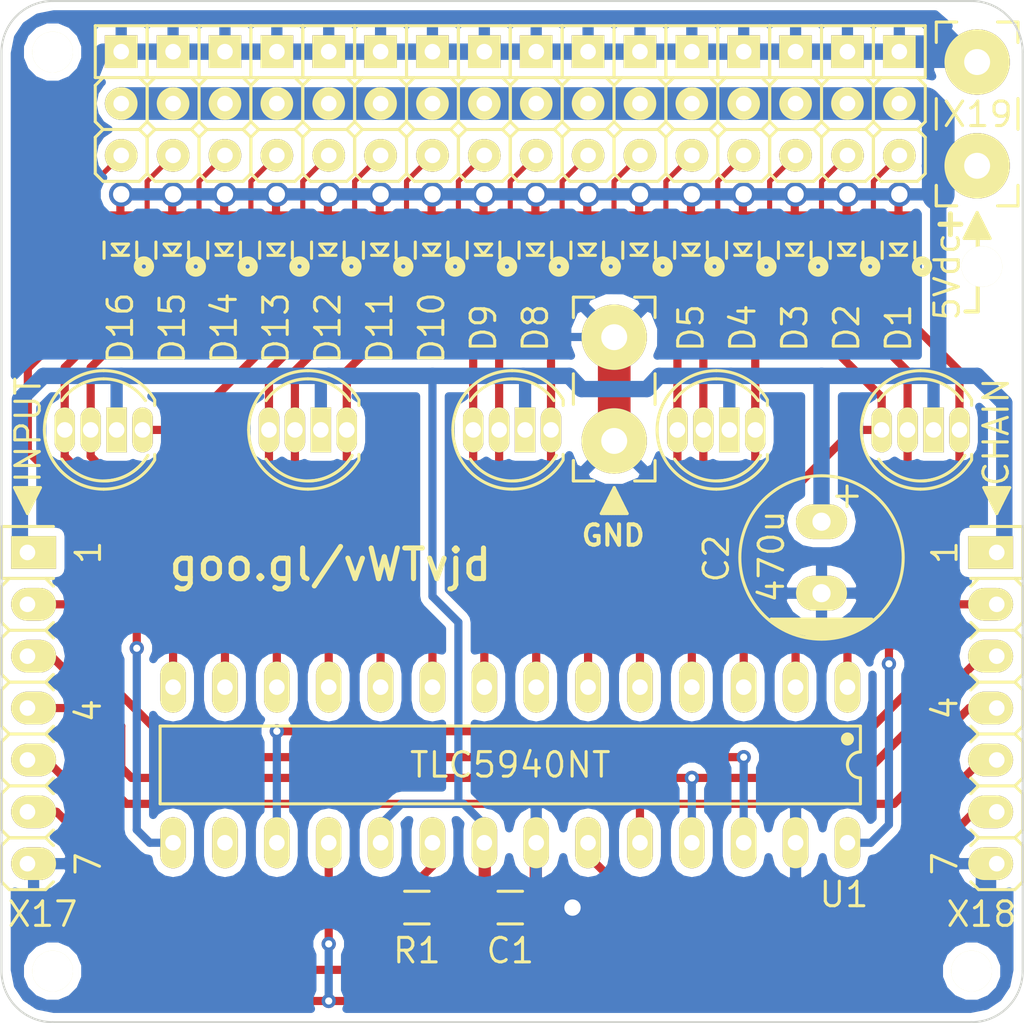
<source format=kicad_pcb>
(kicad_pcb (version 4) (host pcbnew "(2015-01-16 BZR 5376)-product")
  (layers (0 F.Cu signal) (31 B.Cu signal) (34 B.Paste user) (35 F.Paste user) (36 B.SilkS user) (37 F.SilkS user) (38 B.Mask user) (39 F.Mask user) (44 Edge.Cuts user))
  (net 0 "")
  (net 1 VCC)
  (net 2 GND)
  (net 3 /P00)
  (net 4 /P01)
  (net 5 /P02)
  (net 6 /P03)
  (net 7 /P04)
  (net 8 /P05)
  (net 9 /P06)
  (net 10 /P07)
  (net 11 /P08)
  (net 12 /P09)
  (net 13 /P10)
  (net 14 /P11)
  (net 15 /P12)
  (net 16 /P13)
  (net 17 /P14)
  (net 18 /P15)
  (net 19 "Net-(R1-Pad2)")
  (net 20 "Net-(U1-Pad16)")
  (net 21 /SOUT)
  (net 22 /GSCLK)
  (net 23 /BLANK)
  (net 24 /XLAT)
  (net 25 /SCLK)
  (net 26 /SIN)
  (module jkann:JK_PH-1x3_SSNM (layer F.Cu) (at 248.96 66.48 270)
    (fp_text reference X1 hide)
    (fp_text value JK_CONN_3 hide)
    (pad 1 thru_hole rect (at 0 0 270) (size 1.6 1.6) (drill 0.762) (layers *.Cu *.Mask F.SilkS) (net 2 GND))
    (pad 2 thru_hole oval (at 2.54 0 270) (size 1.6 1.6) (drill 0.762) (layers *.Cu *.Mask F.SilkS) (net 1 VCC))
    (pad 3 thru_hole oval (at 5.08 0 270) (size 1.6 1.6) (drill 0.762) (layers *.Cu *.Mask F.SilkS) (net 3 /P00))
  )
  (module jkann:JK_PH-1x3_SSNM (layer F.Cu) (at 246.42 66.48 270)
    (fp_text reference X2 hide)
    (fp_text value JK_CONN_3 hide)
    (pad 1 thru_hole rect (at 0 0 270) (size 1.6 1.6) (drill 0.762) (layers *.Cu *.Mask F.SilkS) (net 2 GND))
    (pad 2 thru_hole oval (at 2.54 0 270) (size 1.6 1.6) (drill 0.762) (layers *.Cu *.Mask F.SilkS) (net 1 VCC))
    (pad 3 thru_hole oval (at 5.08 0 270) (size 1.6 1.6) (drill 0.762) (layers *.Cu *.Mask F.SilkS) (net 4 /P01))
  )
  (module jkann:JK_PH-1x3_SSNM (layer F.Cu) (at 243.88 66.48 270)
    (fp_text reference X3 hide)
    (fp_text value JK_CONN_3 hide)
    (pad 1 thru_hole rect (at 0 0 270) (size 1.6 1.6) (drill 0.762) (layers *.Cu *.Mask F.SilkS) (net 2 GND))
    (pad 2 thru_hole oval (at 2.54 0 270) (size 1.6 1.6) (drill 0.762) (layers *.Cu *.Mask F.SilkS) (net 1 VCC))
    (pad 3 thru_hole oval (at 5.08 0 270) (size 1.6 1.6) (drill 0.762) (layers *.Cu *.Mask F.SilkS) (net 5 /P02))
  )
  (module jkann:JK_PH-1x3_SSNM (layer F.Cu) (at 241.34 66.48 270)
    (fp_text reference X4 hide)
    (fp_text value JK_CONN_3 hide)
    (pad 1 thru_hole rect (at 0 0 270) (size 1.6 1.6) (drill 0.762) (layers *.Cu *.Mask F.SilkS) (net 2 GND))
    (pad 2 thru_hole oval (at 2.54 0 270) (size 1.6 1.6) (drill 0.762) (layers *.Cu *.Mask F.SilkS) (net 1 VCC))
    (pad 3 thru_hole oval (at 5.08 0 270) (size 1.6 1.6) (drill 0.762) (layers *.Cu *.Mask F.SilkS) (net 6 /P03))
  )
  (module jkann:JK_PH-1x3_SSNM (layer F.Cu) (at 238.8 66.48 270)
    (fp_text reference X5 hide)
    (fp_text value JK_CONN_3 hide)
    (pad 1 thru_hole rect (at 0 0 270) (size 1.6 1.6) (drill 0.762) (layers *.Cu *.Mask F.SilkS) (net 2 GND))
    (pad 2 thru_hole oval (at 2.54 0 270) (size 1.6 1.6) (drill 0.762) (layers *.Cu *.Mask F.SilkS) (net 1 VCC))
    (pad 3 thru_hole oval (at 5.08 0 270) (size 1.6 1.6) (drill 0.762) (layers *.Cu *.Mask F.SilkS) (net 7 /P04))
  )
  (module jkann:JK_PH-1x3_SSNM (layer F.Cu) (at 236.26 66.48 270)
    (fp_text reference X6 hide)
    (fp_text value JK_CONN_3 hide)
    (pad 1 thru_hole rect (at 0 0 270) (size 1.6 1.6) (drill 0.762) (layers *.Cu *.Mask F.SilkS) (net 2 GND))
    (pad 2 thru_hole oval (at 2.54 0 270) (size 1.6 1.6) (drill 0.762) (layers *.Cu *.Mask F.SilkS) (net 1 VCC))
    (pad 3 thru_hole oval (at 5.08 0 270) (size 1.6 1.6) (drill 0.762) (layers *.Cu *.Mask F.SilkS) (net 8 /P05))
  )
  (module jkann:JK_PH-1x3_SSNM (layer F.Cu) (at 233.72 66.48 270)
    (fp_text reference X7 hide)
    (fp_text value JK_CONN_3 hide)
    (pad 1 thru_hole rect (at 0 0 270) (size 1.6 1.6) (drill 0.762) (layers *.Cu *.Mask F.SilkS) (net 2 GND))
    (pad 2 thru_hole oval (at 2.54 0 270) (size 1.6 1.6) (drill 0.762) (layers *.Cu *.Mask F.SilkS) (net 1 VCC))
    (pad 3 thru_hole oval (at 5.08 0 270) (size 1.6 1.6) (drill 0.762) (layers *.Cu *.Mask F.SilkS) (net 9 /P06))
  )
  (module jkann:JK_PH-1x3_SSNM (layer F.Cu) (at 231.18 66.48 270)
    (fp_text reference X8 hide)
    (fp_text value JK_CONN_3 hide)
    (pad 1 thru_hole rect (at 0 0 270) (size 1.6 1.6) (drill 0.762) (layers *.Cu *.Mask F.SilkS) (net 2 GND))
    (pad 2 thru_hole oval (at 2.54 0 270) (size 1.6 1.6) (drill 0.762) (layers *.Cu *.Mask F.SilkS) (net 1 VCC))
    (pad 3 thru_hole oval (at 5.08 0 270) (size 1.6 1.6) (drill 0.762) (layers *.Cu *.Mask F.SilkS) (net 10 /P07))
  )
  (module jkann:JK_PH-1x3_SSNM (layer F.Cu) (at 228.64 66.48 270)
    (fp_text reference X9 hide)
    (fp_text value JK_CONN_3 hide)
    (pad 1 thru_hole rect (at 0 0 270) (size 1.6 1.6) (drill 0.762) (layers *.Cu *.Mask F.SilkS) (net 2 GND))
    (pad 2 thru_hole oval (at 2.54 0 270) (size 1.6 1.6) (drill 0.762) (layers *.Cu *.Mask F.SilkS) (net 1 VCC))
    (pad 3 thru_hole oval (at 5.08 0 270) (size 1.6 1.6) (drill 0.762) (layers *.Cu *.Mask F.SilkS) (net 11 /P08))
  )
  (module jkann:JK_PH-1x3_SSNM (layer F.Cu) (at 226.1 66.48 270)
    (fp_text reference X10 hide)
    (fp_text value JK_CONN_3 hide)
    (pad 1 thru_hole rect (at 0 0 270) (size 1.6 1.6) (drill 0.762) (layers *.Cu *.Mask F.SilkS) (net 2 GND))
    (pad 2 thru_hole oval (at 2.54 0 270) (size 1.6 1.6) (drill 0.762) (layers *.Cu *.Mask F.SilkS) (net 1 VCC))
    (pad 3 thru_hole oval (at 5.08 0 270) (size 1.6 1.6) (drill 0.762) (layers *.Cu *.Mask F.SilkS) (net 12 /P09))
  )
  (module jkann:JK_PH-1x3_SSNM (layer F.Cu) (at 223.56 66.48 270)
    (fp_text reference X11 hide)
    (fp_text value JK_CONN_3 hide)
    (pad 1 thru_hole rect (at 0 0 270) (size 1.6 1.6) (drill 0.762) (layers *.Cu *.Mask F.SilkS) (net 2 GND))
    (pad 2 thru_hole oval (at 2.54 0 270) (size 1.6 1.6) (drill 0.762) (layers *.Cu *.Mask F.SilkS) (net 1 VCC))
    (pad 3 thru_hole oval (at 5.08 0 270) (size 1.6 1.6) (drill 0.762) (layers *.Cu *.Mask F.SilkS) (net 13 /P10))
  )
  (module jkann:JK_PH-1x3_SSNM (layer F.Cu) (at 221.02 66.48 270)
    (fp_text reference X12 hide)
    (fp_text value JK_CONN_3 hide)
    (pad 1 thru_hole rect (at 0 0 270) (size 1.6 1.6) (drill 0.762) (layers *.Cu *.Mask F.SilkS) (net 2 GND))
    (pad 2 thru_hole oval (at 2.54 0 270) (size 1.6 1.6) (drill 0.762) (layers *.Cu *.Mask F.SilkS) (net 1 VCC))
    (pad 3 thru_hole oval (at 5.08 0 270) (size 1.6 1.6) (drill 0.762) (layers *.Cu *.Mask F.SilkS) (net 14 /P11))
  )
  (module jkann:JK_PH-1x3_SSNM (layer F.Cu) (at 218.48 66.48 270)
    (fp_text reference X13 hide)
    (fp_text value JK_CONN_3 hide)
    (pad 1 thru_hole rect (at 0 0 270) (size 1.6 1.6) (drill 0.762) (layers *.Cu *.Mask F.SilkS) (net 2 GND))
    (pad 2 thru_hole oval (at 2.54 0 270) (size 1.6 1.6) (drill 0.762) (layers *.Cu *.Mask F.SilkS) (net 1 VCC))
    (pad 3 thru_hole oval (at 5.08 0 270) (size 1.6 1.6) (drill 0.762) (layers *.Cu *.Mask F.SilkS) (net 15 /P12))
  )
  (module jkann:JK_PH-1x3_SSNM (layer F.Cu) (at 215.94 66.48 270)
    (fp_text reference X14 hide)
    (fp_text value JK_CONN_3 hide)
    (pad 1 thru_hole rect (at 0 0 270) (size 1.6 1.6) (drill 0.762) (layers *.Cu *.Mask F.SilkS) (net 2 GND))
    (pad 2 thru_hole oval (at 2.54 0 270) (size 1.6 1.6) (drill 0.762) (layers *.Cu *.Mask F.SilkS) (net 1 VCC))
    (pad 3 thru_hole oval (at 5.08 0 270) (size 1.6 1.6) (drill 0.762) (layers *.Cu *.Mask F.SilkS) (net 16 /P13))
  )
  (module jkann:JK_PH-1x3_SSNM (layer F.Cu) (at 213.4 66.48 270)
    (fp_text reference X15 hide)
    (fp_text value JK_CONN_3 hide)
    (pad 1 thru_hole rect (at 0 0 270) (size 1.6 1.6) (drill 0.762) (layers *.Cu *.Mask F.SilkS) (net 2 GND))
    (pad 2 thru_hole oval (at 2.54 0 270) (size 1.6 1.6) (drill 0.762) (layers *.Cu *.Mask F.SilkS) (net 1 VCC))
    (pad 3 thru_hole oval (at 5.08 0 270) (size 1.6 1.6) (drill 0.762) (layers *.Cu *.Mask F.SilkS) (net 17 /P14))
  )
  (module jkann:JK_PH-1x3_SSNM (layer F.Cu) (at 210.86 66.48 270)
    (fp_text reference X16 hide)
    (fp_text value JK_CONN_3 hide)
    (pad 1 thru_hole rect (at 0 0 270) (size 1.6 1.6) (drill 0.762) (layers *.Cu *.Mask F.SilkS) (net 2 GND))
    (pad 2 thru_hole oval (at 2.54 0 270) (size 1.6 1.6) (drill 0.762) (layers *.Cu *.Mask F.SilkS) (net 1 VCC))
    (pad 3 thru_hole oval (at 5.08 0 270) (size 1.6 1.6) (drill 0.762) (layers *.Cu *.Mask F.SilkS) (net 18 /P15))
  )
  (module jkann:JK_PH-1x7_SL (layer F.Cu) (at 253.73 91 270)
    (fp_text reference X18 (at 17.712 0.746 360) (layer F.SilkS) (effects (font (size 1.2 1.2))))
    (fp_text value CHAIN (at -5.9 0.03 270) (layer F.SilkS) (effects (font (size 1.2 1.2))))
    (fp_text user 7 (at 15.24 2.54 270) (layer F.SilkS) (effects (font (size 1.2 1.2))))
    (fp_text user 4 (at 7.62 2.54 270) (layer F.SilkS) (effects (font (size 1.2 1.2))))
    (fp_text user 1 (at 0 2.54 270) (layer F.SilkS) (effects (font (size 1.2 1.2))))
    (pad 7 thru_hole oval (at 15.24 0 270) (size 1.6 2.2) (drill 0.762 (offset 0 0.3)) (layers *.Cu *.Mask F.SilkS) (net 2 GND))
    (pad 1 thru_hole rect (at 0 0 270) (size 1.6 2.2) (drill 0.762 (offset 0 0.3)) (layers *.Cu *.Mask F.SilkS) (net 1 VCC))
    (pad 2 thru_hole oval (at 2.54 0 270) (size 1.6 2.2) (drill 0.762 (offset 0 0.3)) (layers *.Cu *.Mask F.SilkS) (net 21 /SOUT))
    (pad 3 thru_hole oval (at 5.08 0 270) (size 1.6 2.2) (drill 0.762 (offset 0 0.3)) (layers *.Cu *.Mask F.SilkS) (net 25 /SCLK))
    (pad 4 thru_hole oval (at 7.62 0 270) (size 1.6 2.2) (drill 0.762 (offset 0 0.3)) (layers *.Cu *.Mask F.SilkS) (net 24 /XLAT))
    (pad 5 thru_hole oval (at 10.16 0 270) (size 1.6 2.2) (drill 0.762 (offset 0 0.3)) (layers *.Cu *.Mask F.SilkS) (net 23 /BLANK))
    (pad 6 thru_hole oval (at 12.7 0 270) (size 1.6 2.2) (drill 0.762 (offset 0 0.3)) (layers *.Cu *.Mask F.SilkS) (net 22 /GSCLK))
  )
  (module jkann:JK_PH-1x7_SR (layer F.Cu) (at 206.27 91 270)
    (fp_text reference X17 (at 17.712 -0.74 360) (layer F.SilkS) (effects (font (size 1.2 1.2))))
    (fp_text value INPUT (at -6 -0.03 270) (layer F.SilkS) (effects (font (size 1.2 1.2))))
    (fp_text user 7 (at 15.25 -2.98 270) (layer F.SilkS) (effects (font (size 1.2 1.2))))
    (fp_text user 4 (at 7.75 -2.98 270) (layer F.SilkS) (effects (font (size 1.2 1.2))))
    (fp_text user 1 (at 0 -2.98 270) (layer F.SilkS) (effects (font (size 1.2 1.2))))
    (pad 7 thru_hole oval (at 15.24 0 270) (size 1.6 2.2) (drill 0.762 (offset 0 -0.3)) (layers *.Cu *.Mask F.SilkS) (net 2 GND))
    (pad 1 thru_hole rect (at 0 0 270) (size 1.6 2.2) (drill 0.762 (offset 0 -0.3)) (layers *.Cu *.Mask F.SilkS) (net 1 VCC))
    (pad 2 thru_hole oval (at 2.54 0 270) (size 1.6 2.2) (drill 0.762 (offset 0 -0.3)) (layers *.Cu *.Mask F.SilkS) (net 26 /SIN))
    (pad 3 thru_hole oval (at 5.08 0 270) (size 1.6 2.2) (drill 0.762 (offset 0 -0.3)) (layers *.Cu *.Mask F.SilkS) (net 25 /SCLK))
    (pad 4 thru_hole oval (at 7.62 0 270) (size 1.6 2.2) (drill 0.762 (offset 0 -0.3)) (layers *.Cu *.Mask F.SilkS) (net 24 /XLAT))
    (pad 5 thru_hole oval (at 10.16 0 270) (size 1.6 2.2) (drill 0.762 (offset 0 -0.3)) (layers *.Cu *.Mask F.SilkS) (net 23 /BLANK))
    (pad 6 thru_hole oval (at 12.7 0 270) (size 1.6 2.2) (drill 0.762 (offset 0 -0.3)) (layers *.Cu *.Mask F.SilkS) (net 22 /GSCLK))
  )
  (module jkann:JK_WSP_2x0.75mm2_R (layer F.Cu) (at 235 83 90)
    (fp_text reference X20 hide)
    (fp_text value TESTHOOK hide)
    (pad 1 thru_hole circle (at -2.54 0 90) (size 3.2 3.2) (drill 1.27) (layers *.Cu *.Mask F.SilkS) (net 2 GND))
    (pad 2 thru_hole circle (at 2.54 0 90) (size 3.2 3.2) (drill 1.27) (layers *.Cu *.Mask F.SilkS) (net 2 GND))
  )
  (module jkann:JK_WSP_2x0.75mm2_R (layer F.Cu) (at 252.77 69.528 90)
    (fp_text reference X19 (at -0.022 0.03 180) (layer F.SilkS) (effects (font (size 1.2 1.2))))
    (fp_text value 5Vdc (at -7.972 -1.47 90) (layer F.SilkS) (effects (font (size 1.2 1.2))))
    (pad 1 thru_hole circle (at -2.54 0 90) (size 3.2 3.2) (drill 1.27) (layers *.Cu *.Mask F.SilkS) (net 1 VCC))
    (pad 2 thru_hole circle (at 2.54 0 90) (size 3.2 3.2) (drill 1.27) (layers *.Cu *.Mask F.SilkS) (net 2 GND))
  )
  (module jkann:JK_DIP-28N_N (layer F.Cu) (at 229.91 101.405 180)
    (fp_text reference U1 (at -16.34 -6.345 180) (layer F.SilkS) (effects (font (size 1.2 1.2))))
    (fp_text value TLC5940NT (at 0 0 180) (layer F.SilkS) (effects (font (size 1.2 1.2))))
    (pad 1 thru_hole oval (at -16.51 3.81 180) (size 1.25 2.5) (drill 0.762) (layers *.Cu *.Mask F.SilkS) (net 4 /P01))
    (pad 2 thru_hole oval (at -13.97 3.81 180) (size 1.25 2.5) (drill 0.762) (layers *.Cu *.Mask F.SilkS) (net 5 /P02))
    (pad 3 thru_hole oval (at -11.43 3.81 180) (size 1.25 2.5) (drill 0.762) (layers *.Cu *.Mask F.SilkS) (net 6 /P03))
    (pad 4 thru_hole oval (at -8.89 3.81 180) (size 1.25 2.5) (drill 0.762) (layers *.Cu *.Mask F.SilkS) (net 7 /P04))
    (pad 5 thru_hole oval (at -6.35 3.81 180) (size 1.25 2.5) (drill 0.762) (layers *.Cu *.Mask F.SilkS) (net 8 /P05))
    (pad 6 thru_hole oval (at -3.81 3.81 180) (size 1.25 2.5) (drill 0.762) (layers *.Cu *.Mask F.SilkS) (net 9 /P06))
    (pad 7 thru_hole oval (at -1.27 3.81 180) (size 1.25 2.5) (drill 0.762) (layers *.Cu *.Mask F.SilkS) (net 10 /P07))
    (pad 8 thru_hole oval (at 1.27 3.81 180) (size 1.25 2.5) (drill 0.762) (layers *.Cu *.Mask F.SilkS) (net 11 /P08))
    (pad 9 thru_hole oval (at 3.81 3.81 180) (size 1.25 2.5) (drill 0.762) (layers *.Cu *.Mask F.SilkS) (net 12 /P09))
    (pad 10 thru_hole oval (at 6.35 3.81 180) (size 1.25 2.5) (drill 0.762) (layers *.Cu *.Mask F.SilkS) (net 13 /P10))
    (pad 11 thru_hole oval (at 8.89 3.81 180) (size 1.25 2.5) (drill 0.762) (layers *.Cu *.Mask F.SilkS) (net 14 /P11))
    (pad 12 thru_hole oval (at 11.43 3.81 180) (size 1.25 2.5) (drill 0.762) (layers *.Cu *.Mask F.SilkS) (net 15 /P12))
    (pad 13 thru_hole oval (at 13.97 3.81 180) (size 1.25 2.5) (drill 0.762) (layers *.Cu *.Mask F.SilkS) (net 16 /P13))
    (pad 14 thru_hole oval (at 16.51 3.81 180) (size 1.25 2.5) (drill 0.762) (layers *.Cu *.Mask F.SilkS) (net 17 /P14))
    (pad 15 thru_hole oval (at 16.51 -3.81 180) (size 1.25 2.5) (drill 0.762) (layers *.Cu *.Mask F.SilkS) (net 18 /P15))
    (pad 16 thru_hole oval (at 13.97 -3.81 180) (size 1.25 2.5) (drill 0.762) (layers *.Cu *.Mask F.SilkS) (net 20 "Net-(U1-Pad16)"))
    (pad 17 thru_hole oval (at 11.43 -3.81 180) (size 1.25 2.5) (drill 0.762) (layers *.Cu *.Mask F.SilkS) (net 21 /SOUT))
    (pad 18 thru_hole oval (at 8.89 -3.81 180) (size 1.25 2.5) (drill 0.762) (layers *.Cu *.Mask F.SilkS) (net 22 /GSCLK))
    (pad 19 thru_hole oval (at 6.35 -3.81 180) (size 1.25 2.5) (drill 0.762) (layers *.Cu *.Mask F.SilkS) (net 1 VCC))
    (pad 20 thru_hole oval (at 3.81 -3.81 180) (size 1.25 2.5) (drill 0.762) (layers *.Cu *.Mask F.SilkS) (net 19 "Net-(R1-Pad2)"))
    (pad 21 thru_hole oval (at 1.27 -3.81 180) (size 1.25 2.5) (drill 0.762) (layers *.Cu *.Mask F.SilkS) (net 1 VCC))
    (pad 22 thru_hole oval (at -1.27 -3.81 180) (size 1.25 2.5) (drill 0.762) (layers *.Cu *.Mask F.SilkS) (net 2 GND))
    (pad 23 thru_hole oval (at -3.81 -3.81 180) (size 1.25 2.5) (drill 0.762) (layers *.Cu *.Mask F.SilkS) (net 23 /BLANK))
    (pad 24 thru_hole oval (at -6.35 -3.81 180) (size 1.25 2.5) (drill 0.762) (layers *.Cu *.Mask F.SilkS) (net 24 /XLAT))
    (pad 25 thru_hole oval (at -8.89 -3.81 180) (size 1.25 2.5) (drill 0.762) (layers *.Cu *.Mask F.SilkS) (net 25 /SCLK))
    (pad 26 thru_hole oval (at -11.43 -3.81 180) (size 1.25 2.5) (drill 0.762) (layers *.Cu *.Mask F.SilkS) (net 26 /SIN))
    (pad 27 thru_hole oval (at -13.97 -3.81 180) (size 1.25 2.5) (drill 0.762) (layers *.Cu *.Mask F.SilkS) (net 2 GND))
    (pad 28 thru_hole oval (at -16.51 -3.81 180) (size 1.25 2.5) (drill 0.762) (layers *.Cu *.Mask F.SilkS) (net 3 /P00))
  )
  (module jkann:JK_0805_R (layer F.Cu) (at 225.338 108.39 180)
    (fp_text reference R1 (at 0 -2.11 180) (layer F.SilkS) (effects (font (size 1.2 1.2))))
    (fp_text value 2k2 hide)
    (pad 1 smd rect (at -1.25 0 180) (size 1.3 1.3) (layers F.Cu F.Paste F.Mask) (net 2 GND))
    (pad 2 smd rect (at 1.25 0 180) (size 1.3 1.3) (layers F.Cu F.Paste F.Mask) (net 19 "Net-(R1-Pad2)"))
  )
  (module jkann:JK_LED_5MM_RGB (layer F.Cu) (at 210 85)
    (fp_text reference D21 hide)
    (fp_text value JK_LED_RGB_CA hide)
    (pad 3 thru_hole oval (at -0.635 0) (size 1 2.2) (drill 0.762) (layers *.Cu *.Mask F.SilkS) (net 16 /P13))
    (pad 4 thru_hole oval (at -1.905 0) (size 1 2.2) (drill 0.762) (layers *.Cu *.Mask F.SilkS) (net 17 /P14))
    (pad 2 thru_hole rect (at 0.635 0) (size 1 2.2) (drill 0.762) (layers *.Cu *.Mask F.SilkS) (net 1 VCC))
    (pad 1 thru_hole oval (at 1.905 0) (size 1 2.2) (drill 0.762) (layers *.Cu *.Mask F.SilkS) (net 15 /P12))
  )
  (module jkann:JK_LED_5MM_RGB (layer F.Cu) (at 220 85)
    (fp_text reference D20 hide)
    (fp_text value JK_LED_RGB_CA hide)
    (pad 3 thru_hole oval (at -0.635 0) (size 1 2.2) (drill 0.762) (layers *.Cu *.Mask F.SilkS) (net 13 /P10))
    (pad 4 thru_hole oval (at -1.905 0) (size 1 2.2) (drill 0.762) (layers *.Cu *.Mask F.SilkS) (net 14 /P11))
    (pad 2 thru_hole rect (at 0.635 0) (size 1 2.2) (drill 0.762) (layers *.Cu *.Mask F.SilkS) (net 1 VCC))
    (pad 1 thru_hole oval (at 1.905 0) (size 1 2.2) (drill 0.762) (layers *.Cu *.Mask F.SilkS) (net 12 /P09))
  )
  (module jkann:JK_LED_5MM_RGB (layer F.Cu) (at 230 85)
    (fp_text reference D19 hide)
    (fp_text value JK_LED_RGB_CA hide)
    (pad 3 thru_hole oval (at -0.635 0) (size 1 2.2) (drill 0.762) (layers *.Cu *.Mask F.SilkS) (net 10 /P07))
    (pad 4 thru_hole oval (at -1.905 0) (size 1 2.2) (drill 0.762) (layers *.Cu *.Mask F.SilkS) (net 11 /P08))
    (pad 2 thru_hole rect (at 0.635 0) (size 1 2.2) (drill 0.762) (layers *.Cu *.Mask F.SilkS) (net 1 VCC))
    (pad 1 thru_hole oval (at 1.905 0) (size 1 2.2) (drill 0.762) (layers *.Cu *.Mask F.SilkS) (net 9 /P06))
  )
  (module jkann:JK_LED_5MM_RGB (layer F.Cu) (at 240 85)
    (fp_text reference D18 hide)
    (fp_text value JK_LED_RGB_CA hide)
    (pad 3 thru_hole oval (at -0.635 0) (size 1 2.2) (drill 0.762) (layers *.Cu *.Mask F.SilkS) (net 7 /P04))
    (pad 4 thru_hole oval (at -1.905 0) (size 1 2.2) (drill 0.762) (layers *.Cu *.Mask F.SilkS) (net 8 /P05))
    (pad 2 thru_hole rect (at 0.635 0) (size 1 2.2) (drill 0.762) (layers *.Cu *.Mask F.SilkS) (net 1 VCC))
    (pad 1 thru_hole oval (at 1.905 0) (size 1 2.2) (drill 0.762) (layers *.Cu *.Mask F.SilkS) (net 6 /P03))
  )
  (module jkann:JK_LED_5MM_RGB (layer F.Cu) (at 250 85)
    (fp_text reference D17 hide)
    (fp_text value JK_LED_RGB_CA hide)
    (pad 3 thru_hole oval (at -0.635 0) (size 1 2.2) (drill 0.762) (layers *.Cu *.Mask F.SilkS) (net 4 /P01))
    (pad 4 thru_hole oval (at -1.905 0) (size 1 2.2) (drill 0.762) (layers *.Cu *.Mask F.SilkS) (net 5 /P02))
    (pad 2 thru_hole rect (at 0.635 0) (size 1 2.2) (drill 0.762) (layers *.Cu *.Mask F.SilkS) (net 1 VCC))
    (pad 1 thru_hole oval (at 1.905 0) (size 1 2.2) (drill 0.762) (layers *.Cu *.Mask F.SilkS) (net 3 /P00))
  )
  (module jkann:JK_0805_LED (layer F.Cu) (at 210.82 76.2 270)
    (fp_text reference D16 (at 3.81 0 270) (layer F.SilkS) (effects (font (size 1.2 1.2))))
    (fp_text value JK_LED hide)
    (pad 1 smd rect (at -1.25 0 270) (size 1.3 1.3) (layers F.Cu F.Paste F.Mask) (net 1 VCC))
    (pad 2 smd rect (at 1.25 0 270) (size 1.3 1.3) (layers F.Cu F.Paste F.Mask) (net 18 /P15))
  )
  (module jkann:JK_0805_LED (layer F.Cu) (at 213.36 76.2 270)
    (fp_text reference D15 (at 3.81 0 270) (layer F.SilkS) (effects (font (size 1.2 1.2))))
    (fp_text value JK_LED hide)
    (pad 1 smd rect (at -1.25 0 270) (size 1.3 1.3) (layers F.Cu F.Paste F.Mask) (net 1 VCC))
    (pad 2 smd rect (at 1.25 0 270) (size 1.3 1.3) (layers F.Cu F.Paste F.Mask) (net 17 /P14))
  )
  (module jkann:JK_0805_LED (layer F.Cu) (at 215.9 76.2 270)
    (fp_text reference D14 (at 3.81 0 270) (layer F.SilkS) (effects (font (size 1.2 1.2))))
    (fp_text value JK_LED hide)
    (pad 1 smd rect (at -1.25 0 270) (size 1.3 1.3) (layers F.Cu F.Paste F.Mask) (net 1 VCC))
    (pad 2 smd rect (at 1.25 0 270) (size 1.3 1.3) (layers F.Cu F.Paste F.Mask) (net 16 /P13))
  )
  (module jkann:JK_0805_LED (layer F.Cu) (at 218.44 76.2 270)
    (fp_text reference D13 (at 3.81 0 270) (layer F.SilkS) (effects (font (size 1.2 1.2))))
    (fp_text value JK_LED hide)
    (pad 1 smd rect (at -1.25 0 270) (size 1.3 1.3) (layers F.Cu F.Paste F.Mask) (net 1 VCC))
    (pad 2 smd rect (at 1.25 0 270) (size 1.3 1.3) (layers F.Cu F.Paste F.Mask) (net 15 /P12))
  )
  (module jkann:JK_0805_LED (layer F.Cu) (at 220.98 76.2 270)
    (fp_text reference D12 (at 3.81 0 270) (layer F.SilkS) (effects (font (size 1.2 1.2))))
    (fp_text value JK_LED hide)
    (pad 1 smd rect (at -1.25 0 270) (size 1.3 1.3) (layers F.Cu F.Paste F.Mask) (net 1 VCC))
    (pad 2 smd rect (at 1.25 0 270) (size 1.3 1.3) (layers F.Cu F.Paste F.Mask) (net 14 /P11))
  )
  (module jkann:JK_0805_LED (layer F.Cu) (at 223.52 76.2 270)
    (fp_text reference D11 (at 3.81 0 270) (layer F.SilkS) (effects (font (size 1.2 1.2))))
    (fp_text value JK_LED hide)
    (pad 1 smd rect (at -1.25 0 270) (size 1.3 1.3) (layers F.Cu F.Paste F.Mask) (net 1 VCC))
    (pad 2 smd rect (at 1.25 0 270) (size 1.3 1.3) (layers F.Cu F.Paste F.Mask) (net 13 /P10))
  )
  (module jkann:JK_0805_LED (layer F.Cu) (at 226.06 76.2 270)
    (fp_text reference D10 (at 3.81 0 270) (layer F.SilkS) (effects (font (size 1.2 1.2))))
    (fp_text value JK_LED hide)
    (pad 1 smd rect (at -1.25 0 270) (size 1.3 1.3) (layers F.Cu F.Paste F.Mask) (net 1 VCC))
    (pad 2 smd rect (at 1.25 0 270) (size 1.3 1.3) (layers F.Cu F.Paste F.Mask) (net 12 /P09))
  )
  (module jkann:JK_0805_LED (layer F.Cu) (at 228.6 76.2 270)
    (fp_text reference D9 (at 3.81 0 270) (layer F.SilkS) (effects (font (size 1.2 1.2))))
    (fp_text value JK_LED hide)
    (pad 1 smd rect (at -1.25 0 270) (size 1.3 1.3) (layers F.Cu F.Paste F.Mask) (net 1 VCC))
    (pad 2 smd rect (at 1.25 0 270) (size 1.3 1.3) (layers F.Cu F.Paste F.Mask) (net 11 /P08))
  )
  (module jkann:JK_0805_LED (layer F.Cu) (at 231.14 76.2 270)
    (fp_text reference D8 (at 3.81 0 270) (layer F.SilkS) (effects (font (size 1.2 1.2))))
    (fp_text value JK_LED hide)
    (pad 1 smd rect (at -1.25 0 270) (size 1.3 1.3) (layers F.Cu F.Paste F.Mask) (net 1 VCC))
    (pad 2 smd rect (at 1.25 0 270) (size 1.3 1.3) (layers F.Cu F.Paste F.Mask) (net 10 /P07))
  )
  (module jkann:JK_0805_LED (layer F.Cu) (at 233.68 76.2 270)
    (fp_text reference D7 hide)
    (fp_text value JK_LED hide)
    (pad 1 smd rect (at -1.25 0 270) (size 1.3 1.3) (layers F.Cu F.Paste F.Mask) (net 1 VCC))
    (pad 2 smd rect (at 1.25 0 270) (size 1.3 1.3) (layers F.Cu F.Paste F.Mask) (net 9 /P06))
  )
  (module jkann:JK_0805_LED (layer F.Cu) (at 236.22 76.2 270)
    (fp_text reference D6 hide)
    (fp_text value JK_LED hide)
    (pad 1 smd rect (at -1.25 0 270) (size 1.3 1.3) (layers F.Cu F.Paste F.Mask) (net 1 VCC))
    (pad 2 smd rect (at 1.25 0 270) (size 1.3 1.3) (layers F.Cu F.Paste F.Mask) (net 8 /P05))
  )
  (module jkann:JK_0805_LED (layer F.Cu) (at 238.76 76.2 270)
    (fp_text reference D5 (at 3.81 0 270) (layer F.SilkS) (effects (font (size 1.2 1.2))))
    (fp_text value JK_LED hide)
    (pad 1 smd rect (at -1.25 0 270) (size 1.3 1.3) (layers F.Cu F.Paste F.Mask) (net 1 VCC))
    (pad 2 smd rect (at 1.25 0 270) (size 1.3 1.3) (layers F.Cu F.Paste F.Mask) (net 7 /P04))
  )
  (module jkann:JK_0805_LED (layer F.Cu) (at 241.3 76.2 270)
    (fp_text reference D4 (at 3.81 0 270) (layer F.SilkS) (effects (font (size 1.2 1.2))))
    (fp_text value JK_LED hide)
    (pad 1 smd rect (at -1.25 0 270) (size 1.3 1.3) (layers F.Cu F.Paste F.Mask) (net 1 VCC))
    (pad 2 smd rect (at 1.25 0 270) (size 1.3 1.3) (layers F.Cu F.Paste F.Mask) (net 6 /P03))
  )
  (module jkann:JK_0805_LED (layer F.Cu) (at 243.84 76.2 270)
    (fp_text reference D3 (at 3.81 0 270) (layer F.SilkS) (effects (font (size 1.2 1.2))))
    (fp_text value JK_LED hide)
    (pad 1 smd rect (at -1.25 0 270) (size 1.3 1.3) (layers F.Cu F.Paste F.Mask) (net 1 VCC))
    (pad 2 smd rect (at 1.25 0 270) (size 1.3 1.3) (layers F.Cu F.Paste F.Mask) (net 5 /P02))
  )
  (module jkann:JK_0805_LED (layer F.Cu) (at 246.38 76.2 270)
    (fp_text reference D2 (at 3.81 0 270) (layer F.SilkS) (effects (font (size 1.2 1.2))))
    (fp_text value JK_LED hide)
    (pad 1 smd rect (at -1.25 0 270) (size 1.3 1.3) (layers F.Cu F.Paste F.Mask) (net 1 VCC))
    (pad 2 smd rect (at 1.25 0 270) (size 1.3 1.3) (layers F.Cu F.Paste F.Mask) (net 4 /P01))
  )
  (module jkann:JK_0805_LED (layer F.Cu) (at 248.92 76.2 270)
    (fp_text reference D1 (at 3.81 0 270) (layer F.SilkS) (effects (font (size 1.2 1.2))))
    (fp_text value JK_LED hide)
    (pad 1 smd rect (at -1.25 0 270) (size 1.3 1.3) (layers F.Cu F.Paste F.Mask) (net 1 VCC))
    (pad 2 smd rect (at 1.25 0 270) (size 1.3 1.3) (layers F.Cu F.Paste F.Mask) (net 3 /P00))
  )
  (module jkann:JK_ELKO-d8-r3.5 (layer F.Cu) (at 245.15 91.245 270)
    (fp_text reference C2 (at 0.055 5.15 270) (layer F.SilkS) (effects (font (size 1.2 1.2))))
    (fp_text value 470u (at -0.045 2.45 270) (layer F.SilkS) (effects (font (size 1.2 1.2))))
    (pad 1 thru_hole oval (at -1.75 0 270) (size 1.7 2.5) (drill 0.889) (layers *.Cu *.Mask F.SilkS) (net 1 VCC))
    (pad 2 thru_hole oval (at 1.75 0 270) (size 1.7 2.5) (drill 0.889) (layers *.Cu *.Mask F.SilkS) (net 2 GND))
  )
  (module jkann:JK_0805_C (layer F.Cu) (at 229.91 108.39)
    (fp_text reference C1 (at 0 2.11) (layer F.SilkS) (effects (font (size 1.2 1.2))))
    (fp_text value 100n hide)
    (pad 1 smd rect (at -1.25 0) (size 1.3 1.3) (layers F.Cu F.Paste F.Mask) (net 1 VCC))
    (pad 2 smd rect (at 1.25 0) (size 1.3 1.3) (layers F.Cu F.Paste F.Mask) (net 2 GND))
  )
  (module jkann:JK_NPTH_2mm (layer F.Cu) (at 207.5 111.5)
    (fp_text reference 2mm hide)
    (fp_text value VAL** hide)
    (pad "" np_thru_hole circle (at 0 0) (size 2 2) (drill 2) (layers *.Cu *.Mask F.SilkS))
  )
  (module jkann:JK_NPTH_2mm (layer F.Cu) (at 252.5 111.5)
    (fp_text reference 2mm hide)
    (fp_text value VAL** hide)
    (pad "" np_thru_hole circle (at 0 0) (size 2 2) (drill 2) (layers *.Cu *.Mask F.SilkS))
  )
  (module jkann:JK_NPTH_2mm (layer F.Cu) (at 207.5 66.5)
    (fp_text reference 2mm hide)
    (fp_text value VAL** hide)
    (pad "" np_thru_hole circle (at 0 0) (size 2 2) (drill 2) (layers *.Cu *.Mask F.SilkS))
  )
  (module jkann:JK_NPTH_2mm (layer F.Cu) (at 253 77)
    (fp_text reference 2mm hide)
    (fp_text value VAL** hide)
    (pad "" np_thru_hole circle (at 0 0) (size 2 2) (drill 2) (layers *.Cu *.Mask F.SilkS))
  )
  (gr_line (start 246.3 95) (end 247.5 94.4) (angle 90) (layer F.SilkS) (width 0.22))
  (gr_line (start 244.9 95.1) (end 246.3 95) (angle 90) (layer F.SilkS) (width 0.22))
  (gr_line (start 243.6 94.8) (end 244.9 95.1) (angle 90) (layer F.SilkS) (width 0.22))
  (gr_line (start 242.7 94.3) (end 243.6 94.8) (angle 90) (layer F.SilkS) (width 0.22))
  (gr_line (start 242.7 94.3) (end 247.6 94.3) (angle 90) (layer F.SilkS) (width 0.22))
  (gr_line (start 243 94.5) (end 247.2 94.5) (angle 90) (layer F.SilkS) (width 0.22))
  (gr_line (start 243.3 94.7) (end 247 94.7) (angle 90) (layer F.SilkS) (width 0.22))
  (gr_line (start 243.8 94.9) (end 246.5 94.9) (angle 90) (layer F.SilkS) (width 0.22))
  (gr_line (start 244.5 95.1) (end 245.8 95.1) (angle 90) (layer F.SilkS) (width 0.22))
  (gr_line (start 252.8 75.1) (end 252.7 75.1) (angle 90) (layer F.SilkS) (width 0.2))
  (gr_line (start 252.8 79.2) (end 252.8 75.1) (angle 90) (layer F.SilkS) (width 0.2))
  (gr_line (start 252.2 79.2) (end 252.8 79.2) (angle 90) (layer F.SilkS) (width 0.2))
  (gr_line (start 251.46 74.422) (end 251.46 75.438) (angle 90) (layer F.SilkS) (width 0.25))
  (gr_line (start 250.952 74.93) (end 251.968 74.93) (angle 90) (layer F.SilkS) (width 0.25))
  (gr_text goo.gl/vWTvjd (at 221.1 91.6) (layer F.SilkS) (effects (font (size 1.5 1.5) (thickness 0.25))))
  (gr_text GND (at 234.95 90.17) (layer F.SilkS) (effects (font (size 1 1) (thickness 0.2))))
  (gr_line (start 207.5 64) (end 252.5 64) (angle 90) (layer Edge.Cuts) (width 0.1))
  (gr_line (start 205 111.5) (end 205 66.5) (angle 90) (layer Edge.Cuts) (width 0.1))
  (gr_line (start 252.5 114) (end 207.5 114) (angle 90) (layer Edge.Cuts) (width 0.1))
  (gr_line (start 255 66.5) (end 255 111.5) (angle 90) (layer Edge.Cuts) (width 0.1))
  (gr_arc (start 207.5 66.5) (end 205 66.5) (angle 90) (layer Edge.Cuts) (width 0.1))
  (gr_arc (start 252.5 66.5) (end 252.5 64) (angle 90) (layer Edge.Cuts) (width 0.1))
  (gr_arc (start 252.5 111.5) (end 255 111.5) (angle 90) (layer Edge.Cuts) (width 0.1))
  (gr_arc (start 207.5 111.5) (end 207.5 114) (angle 90) (layer Edge.Cuts) (width 0.1))
  (segment (start 230.635 82.355) (end 230.545 82.355) (width 0.6) (layer B.Cu) (net 1))
  (segment (start 210.86 82.355) (end 221.02 82.355) (width 0.8) (layer B.Cu) (net 1))
  (segment (start 221.02 82.355) (end 226.1 82.355) (width 0.8) (layer B.Cu) (net 1))
  (segment (start 226.1 82.355) (end 230.545 82.355) (width 0.8) (layer B.Cu) (net 1))
  (segment (start 237.2 82.355) (end 240.705 82.355) (width 0.8) (layer B.Cu) (net 1))
  (segment (start 236.6 83) (end 237.2 82.355) (width 0.8) (layer B.Cu) (net 1))
  (segment (start 233.4 83) (end 236.6 83) (width 0.8) (layer B.Cu) (net 1))
  (segment (start 232.8 82.355) (end 233.4 83) (width 0.8) (layer B.Cu) (net 1))
  (segment (start 230.545 82.355) (end 232.8 82.355) (width 0.8) (layer B.Cu) (net 1))
  (segment (start 250.635 82.355) (end 250.865 82.355) (width 0.6) (layer B.Cu) (net 1))
  (segment (start 250.865 82.355) (end 249.595 82.355) (width 0.8) (layer B.Cu) (net 1))
  (segment (start 240.635 82.355) (end 240.705 82.355) (width 0.6) (layer B.Cu) (net 1))
  (segment (start 240.705 82.355) (end 245.15 82.355) (width 0.8) (layer B.Cu) (net 1))
  (segment (start 245.15 82.355) (end 249.595 82.355) (width 0.8) (layer B.Cu) (net 1))
  (segment (start 226.1 93.15) (end 226.1 82.355) (width 0.4) (layer B.Cu) (net 1))
  (segment (start 220.635 82.355) (end 221.02 82.355) (width 0.6) (layer B.Cu) (net 1))
  (segment (start 230.635 85) (end 230.635 82.355) (width 0.6) (layer B.Cu) (net 1))
  (segment (start 227.37 103.31) (end 227.37 94.42) (width 0.4) (layer B.Cu) (net 1))
  (segment (start 227.37 94.42) (end 226.1 93.15) (width 0.4) (layer B.Cu) (net 1))
  (segment (start 228.64 105.215) (end 228.64 104.326) (width 0.4) (layer B.Cu) (net 1))
  (segment (start 228.64 104.326) (end 227.624 103.31) (width 0.4) (layer B.Cu) (net 1))
  (segment (start 224.576 103.31) (end 223.56 104.326) (width 0.4) (layer B.Cu) (net 1))
  (segment (start 227.624 103.31) (end 227.37 103.31) (width 0.4) (layer B.Cu) (net 1))
  (segment (start 227.37 103.31) (end 224.576 103.31) (width 0.4) (layer B.Cu) (net 1))
  (segment (start 223.56 104.326) (end 223.56 105.215) (width 0.4) (layer B.Cu) (net 1))
  (segment (start 228.66 108.39) (end 228.66 105.235) (width 0.6) (layer F.Cu) (net 1))
  (segment (start 228.66 105.235) (end 228.64 105.215) (width 0.6) (layer F.Cu) (net 1))
  (segment (start 245.15 89.495) (end 245.15 82.355) (width 0.8) (layer B.Cu) (net 1))
  (segment (start 252.77 72.068) (end 250.865 72.068) (width 1.6) (layer B.Cu) (net 1))
  (segment (start 250.865 72.068) (end 250.992 72.068) (width 1.6) (layer B.Cu) (net 1))
  (segment (start 250.992 72.068) (end 250.865 72.068) (width 1.6) (layer B.Cu) (net 1))
  (segment (start 252.77 72.068) (end 252.262 72.068) (width 1.6) (layer B.Cu) (net 1))
  (segment (start 250.865 73.465) (end 250.865 72.068) (width 1.6) (layer B.Cu) (net 1))
  (segment (start 250.865 72.068) (end 250.865 69.655) (width 1.6) (layer B.Cu) (net 1))
  (segment (start 250.865 69.655) (end 250.23 69.02) (width 1.6) (layer B.Cu) (net 1))
  (segment (start 250.23 69.02) (end 248.96 69.02) (width 1.6) (layer B.Cu) (net 1))
  (segment (start 250.865 82.355) (end 250.865 73.465) (width 0.8) (layer B.Cu) (net 1))
  (segment (start 250.635 85) (end 250.635 82.355) (width 0.6) (layer B.Cu) (net 1))
  (segment (start 252.77 82.355) (end 250.865 82.355) (width 0.8) (layer B.Cu) (net 1))
  (segment (start 254.1 83.685) (end 252.77 82.355) (width 0.8) (layer B.Cu) (net 1))
  (segment (start 254.1 90.8) (end 254.1 83.685) (width 0.8) (layer B.Cu) (net 1))
  (segment (start 210.635 85) (end 210.635 82.355) (width 0.6) (layer B.Cu) (net 1))
  (segment (start 220.635 85) (end 220.635 82.355) (width 0.6) (layer B.Cu) (net 1))
  (segment (start 240.635 85) (end 240.635 82.355) (width 0.6) (layer B.Cu) (net 1))
  (segment (start 248.96 73.465) (end 250.865 73.465) (width 0.6) (layer B.Cu) (net 1))
  (segment (start 250.865 73.465) (end 250.865 73.465) (width 0.6) (layer B.Cu) (net 1))
  (segment (start 248.92 74.95) (end 248.92 73.505) (width 0.4) (layer F.Cu) (net 1))
  (segment (start 248.96 73.465) (end 246.42 73.465) (width 0.6) (layer B.Cu) (net 1))
  (via (at 248.96 73.465) (size 1.2) (layers F.Cu B.Cu) (net 1))
  (segment (start 248.92 73.505) (end 248.96 73.465) (width 0.4) (layer F.Cu) (net 1))
  (segment (start 246.38 74.95) (end 246.38 73.505) (width 0.4) (layer F.Cu) (net 1))
  (segment (start 246.42 73.465) (end 243.88 73.465) (width 0.6) (layer B.Cu) (net 1))
  (via (at 246.42 73.465) (size 1.2) (layers F.Cu B.Cu) (net 1))
  (segment (start 246.38 73.505) (end 246.42 73.465) (width 0.4) (layer F.Cu) (net 1))
  (segment (start 243.84 74.95) (end 243.84 73.505) (width 0.4) (layer F.Cu) (net 1))
  (segment (start 243.88 73.465) (end 241.34 73.465) (width 0.6) (layer B.Cu) (net 1))
  (via (at 243.88 73.465) (size 1.2) (layers F.Cu B.Cu) (net 1))
  (segment (start 243.84 73.505) (end 243.88 73.465) (width 0.4) (layer F.Cu) (net 1))
  (segment (start 241.3 74.95) (end 241.3 73.505) (width 0.4) (layer F.Cu) (net 1))
  (segment (start 241.34 73.465) (end 238.8 73.465) (width 0.6) (layer B.Cu) (net 1))
  (via (at 241.34 73.465) (size 1.2) (layers F.Cu B.Cu) (net 1))
  (segment (start 241.3 73.505) (end 241.34 73.465) (width 0.4) (layer F.Cu) (net 1))
  (segment (start 238.76 74.95) (end 238.76 73.505) (width 0.4) (layer F.Cu) (net 1))
  (segment (start 238.8 73.465) (end 236.26 73.465) (width 0.6) (layer B.Cu) (net 1))
  (via (at 238.8 73.465) (size 1.2) (layers F.Cu B.Cu) (net 1))
  (segment (start 238.76 73.505) (end 238.8 73.465) (width 0.4) (layer F.Cu) (net 1))
  (segment (start 236.22 74.95) (end 236.22 73.505) (width 0.4) (layer F.Cu) (net 1))
  (segment (start 236.26 73.465) (end 233.72 73.465) (width 0.6) (layer B.Cu) (net 1))
  (via (at 236.26 73.465) (size 1.2) (layers F.Cu B.Cu) (net 1))
  (segment (start 236.22 73.505) (end 236.26 73.465) (width 0.4) (layer F.Cu) (net 1))
  (segment (start 233.68 74.95) (end 233.68 73.505) (width 0.4) (layer F.Cu) (net 1))
  (segment (start 233.72 73.465) (end 231.18 73.465) (width 0.6) (layer B.Cu) (net 1))
  (via (at 233.72 73.465) (size 1.2) (layers F.Cu B.Cu) (net 1))
  (segment (start 233.68 73.505) (end 233.72 73.465) (width 0.4) (layer F.Cu) (net 1))
  (segment (start 231.14 74.95) (end 231.14 73.505) (width 0.4) (layer F.Cu) (net 1))
  (segment (start 231.18 73.465) (end 228.64 73.465) (width 0.6) (layer B.Cu) (net 1))
  (via (at 231.18 73.465) (size 1.2) (layers F.Cu B.Cu) (net 1))
  (segment (start 231.14 73.505) (end 231.18 73.465) (width 0.4) (layer F.Cu) (net 1))
  (segment (start 228.6 74.95) (end 228.6 73.505) (width 0.4) (layer F.Cu) (net 1))
  (segment (start 228.64 73.465) (end 226.1 73.465) (width 0.6) (layer B.Cu) (net 1))
  (via (at 228.64 73.465) (size 1.2) (layers F.Cu B.Cu) (net 1))
  (segment (start 228.6 73.505) (end 228.64 73.465) (width 0.4) (layer F.Cu) (net 1))
  (segment (start 226.06 74.95) (end 226.06 73.505) (width 0.4) (layer F.Cu) (net 1))
  (segment (start 226.1 73.465) (end 223.56 73.465) (width 0.6) (layer B.Cu) (net 1))
  (via (at 226.1 73.465) (size 1.2) (layers F.Cu B.Cu) (net 1))
  (segment (start 226.06 73.505) (end 226.1 73.465) (width 0.4) (layer F.Cu) (net 1))
  (segment (start 223.52 74.95) (end 223.52 73.505) (width 0.4) (layer F.Cu) (net 1))
  (segment (start 223.56 73.465) (end 221.02 73.465) (width 0.6) (layer B.Cu) (net 1))
  (via (at 223.56 73.465) (size 1.2) (layers F.Cu B.Cu) (net 1))
  (segment (start 223.52 73.505) (end 223.56 73.465) (width 0.4) (layer F.Cu) (net 1))
  (segment (start 220.98 74.95) (end 220.98 73.505) (width 0.4) (layer F.Cu) (net 1))
  (segment (start 221.02 73.465) (end 218.48 73.465) (width 0.6) (layer B.Cu) (net 1))
  (via (at 221.02 73.465) (size 1.2) (layers F.Cu B.Cu) (net 1))
  (segment (start 220.98 73.505) (end 221.02 73.465) (width 0.4) (layer F.Cu) (net 1))
  (segment (start 218.44 74.95) (end 218.44 73.505) (width 0.4) (layer F.Cu) (net 1))
  (segment (start 218.48 73.465) (end 215.94 73.465) (width 0.6) (layer B.Cu) (net 1))
  (via (at 218.48 73.465) (size 1.2) (layers F.Cu B.Cu) (net 1))
  (segment (start 218.44 73.505) (end 218.48 73.465) (width 0.4) (layer F.Cu) (net 1))
  (segment (start 215.9 74.95) (end 215.9 73.505) (width 0.4) (layer F.Cu) (net 1))
  (segment (start 215.94 73.465) (end 213.4 73.465) (width 0.6) (layer B.Cu) (net 1))
  (via (at 215.94 73.465) (size 1.2) (layers F.Cu B.Cu) (net 1))
  (segment (start 215.9 73.505) (end 215.94 73.465) (width 0.4) (layer F.Cu) (net 1))
  (segment (start 210.82 74.95) (end 210.82 73.505) (width 0.4) (layer F.Cu) (net 1))
  (segment (start 213.36 73.505) (end 213.36 74.95) (width 0.4) (layer F.Cu) (net 1))
  (segment (start 213.4 73.465) (end 213.36 73.505) (width 0.4) (layer F.Cu) (net 1))
  (via (at 213.4 73.465) (size 1.2) (layers F.Cu B.Cu) (net 1))
  (segment (start 210.86 73.465) (end 213.4 73.465) (width 0.6) (layer B.Cu) (net 1))
  (via (at 210.86 73.465) (size 1.2) (layers F.Cu B.Cu) (net 1))
  (segment (start 210.82 73.505) (end 210.86 73.465) (width 0.4) (layer F.Cu) (net 1))
  (segment (start 246.42 69.02) (end 248.96 69.02) (width 1.6) (layer B.Cu) (net 1))
  (segment (start 243.88 69.02) (end 246.42 69.02) (width 1.6) (layer B.Cu) (net 1))
  (segment (start 241.34 69.02) (end 243.88 69.02) (width 1.6) (layer B.Cu) (net 1))
  (segment (start 238.8 69.02) (end 241.34 69.02) (width 1.6) (layer B.Cu) (net 1))
  (segment (start 236.26 69.02) (end 238.8 69.02) (width 1.6) (layer B.Cu) (net 1))
  (segment (start 233.72 69.02) (end 236.26 69.02) (width 1.6) (layer B.Cu) (net 1))
  (segment (start 231.18 69.02) (end 233.72 69.02) (width 1.6) (layer B.Cu) (net 1))
  (segment (start 228.64 69.02) (end 231.18 69.02) (width 1.6) (layer B.Cu) (net 1))
  (segment (start 226.1 69.02) (end 228.64 69.02) (width 1.6) (layer B.Cu) (net 1))
  (segment (start 223.56 69.02) (end 226.1 69.02) (width 1.6) (layer B.Cu) (net 1))
  (segment (start 221.02 69.02) (end 223.56 69.02) (width 1.6) (layer B.Cu) (net 1))
  (segment (start 218.48 69.02) (end 221.02 69.02) (width 1.6) (layer B.Cu) (net 1))
  (segment (start 215.94 69.02) (end 218.48 69.02) (width 1.6) (layer B.Cu) (net 1))
  (segment (start 213.4 69.02) (end 215.94 69.02) (width 1.6) (layer B.Cu) (net 1))
  (segment (start 210.86 69.02) (end 213.4 69.02) (width 1.6) (layer B.Cu) (net 1))
  (segment (start 205.93063 83.47437) (end 207.05 82.355) (width 0.8) (layer B.Cu) (net 1))
  (segment (start 207.05 82.355) (end 210.86 82.355) (width 0.8) (layer B.Cu) (net 1))
  (segment (start 205.9 90.3) (end 205.9 86.685) (width 0.8) (layer B.Cu) (net 1))
  (segment (start 205.9 86.685) (end 205.9 83.505) (width 0.8) (layer B.Cu) (net 1))
  (segment (start 206.27 91) (end 205.9 90.3) (width 0.8) (layer B.Cu) (net 1))
  (segment (start 209.955 66.48) (end 210.86 66.48) (width 0.8) (layer B.Cu) (net 2))
  (segment (start 207.05 69.385) (end 209.0566 68.766) (width 0.6) (layer B.Cu) (net 2))
  (segment (start 209.0566 68.766) (end 209.955 66.48) (width 0.6) (layer B.Cu) (net 2))
  (segment (start 207.05 79.815) (end 207.05 69.385) (width 0.4) (layer B.Cu) (net 2))
  (segment (start 207.685 80.45) (end 207.05 79.815) (width 0.4) (layer B.Cu) (net 2))
  (segment (start 234.99 80.45) (end 207.685 80.45) (width 0.4) (layer B.Cu) (net 2))
  (segment (start 243.88 105.215) (end 243.88 102.294) (width 0.4) (layer B.Cu) (net 2))
  (segment (start 245.15 101.024) (end 245.15 92.995) (width 0.4) (layer B.Cu) (net 2))
  (segment (start 243.88 102.294) (end 245.15 101.024) (width 0.4) (layer B.Cu) (net 2))
  (segment (start 207 106.24) (end 209.726 106.24) (width 0.4) (layer B.Cu) (net 2))
  (segment (start 232.958 110.93) (end 232.958 108.39) (width 0.4) (layer B.Cu) (net 2))
  (segment (start 232.45 111.438) (end 232.958 110.93) (width 0.4) (layer B.Cu) (net 2))
  (segment (start 223.56 111.438) (end 232.45 111.438) (width 0.4) (layer B.Cu) (net 2))
  (segment (start 222.29 110.168) (end 223.56 111.438) (width 0.4) (layer B.Cu) (net 2))
  (segment (start 222.29 109.152) (end 222.29 110.168) (width 0.4) (layer B.Cu) (net 2))
  (segment (start 221.782 108.644) (end 222.29 109.152) (width 0.4) (layer B.Cu) (net 2))
  (segment (start 212.13 108.644) (end 221.782 108.644) (width 0.4) (layer B.Cu) (net 2))
  (segment (start 209.726 106.24) (end 212.13 108.644) (width 0.4) (layer B.Cu) (net 2))
  (segment (start 243.88 105.215) (end 243.88 108.39) (width 0.4) (layer B.Cu) (net 2))
  (segment (start 207 106.24) (end 207.186 106.24) (width 0.6) (layer B.Cu) (net 2))
  (segment (start 231.16 108.39) (end 232.958 108.39) (width 0.6) (layer F.Cu) (net 2))
  (via (at 232.958 108.39) (size 1.2) (layers F.Cu B.Cu) (net 2))
  (segment (start 253 108.16) (end 253 106.24) (width 0.6) (layer B.Cu) (net 2))
  (segment (start 252.77 108.39) (end 253 108.16) (width 0.6) (layer B.Cu) (net 2))
  (segment (start 232.958 108.39) (end 243.88 108.39) (width 0.6) (layer B.Cu) (net 2))
  (segment (start 243.88 108.39) (end 252.77 108.39) (width 0.6) (layer B.Cu) (net 2))
  (segment (start 226.588 108.39) (end 226.588 109.64) (width 0.6) (layer F.Cu) (net 2))
  (segment (start 231.16 109.426) (end 231.16 108.39) (width 0.6) (layer F.Cu) (net 2))
  (segment (start 230.418 110.168) (end 231.16 109.426) (width 0.6) (layer F.Cu) (net 2))
  (segment (start 227.116 110.168) (end 230.418 110.168) (width 0.6) (layer F.Cu) (net 2))
  (segment (start 226.588 109.64) (end 227.116 110.168) (width 0.6) (layer F.Cu) (net 2))
  (segment (start 231.16 108.39) (end 231.16 105.235) (width 0.6) (layer F.Cu) (net 2))
  (segment (start 231.16 105.235) (end 231.18 105.215) (width 0.6) (layer F.Cu) (net 2))
  (segment (start 248.96 66.48) (end 252.262 66.48) (width 1.6) (layer B.Cu) (net 2))
  (segment (start 252.262 66.48) (end 252.77 66.988) (width 1.6) (layer B.Cu) (net 2))
  (segment (start 246.42 66.48) (end 248.96 66.48) (width 0.8) (layer B.Cu) (net 2))
  (segment (start 243.88 66.48) (end 246.42 66.48) (width 0.8) (layer B.Cu) (net 2))
  (segment (start 241.34 66.48) (end 243.88 66.48) (width 0.8) (layer B.Cu) (net 2))
  (segment (start 238.8 66.48) (end 241.34 66.48) (width 0.8) (layer B.Cu) (net 2))
  (segment (start 236.26 66.48) (end 238.8 66.48) (width 0.8) (layer B.Cu) (net 2))
  (segment (start 233.72 66.48) (end 236.26 66.48) (width 0.8) (layer B.Cu) (net 2))
  (segment (start 231.18 66.48) (end 233.72 66.48) (width 0.8) (layer B.Cu) (net 2))
  (segment (start 228.64 66.48) (end 231.18 66.48) (width 0.8) (layer B.Cu) (net 2))
  (segment (start 226.1 66.48) (end 228.64 66.48) (width 0.8) (layer B.Cu) (net 2))
  (segment (start 223.56 66.48) (end 226.1 66.48) (width 0.8) (layer B.Cu) (net 2))
  (segment (start 221.02 66.48) (end 223.56 66.48) (width 0.8) (layer B.Cu) (net 2))
  (segment (start 218.48 66.48) (end 221.02 66.48) (width 0.8) (layer B.Cu) (net 2))
  (segment (start 215.94 66.48) (end 218.48 66.48) (width 0.8) (layer B.Cu) (net 2))
  (segment (start 213.4 66.48) (end 215.94 66.48) (width 0.8) (layer B.Cu) (net 2))
  (segment (start 210.86 66.48) (end 213.4 66.48) (width 0.8) (layer B.Cu) (net 2))
  (segment (start 242.455 92.995) (end 235 85.54) (width 0.4) (layer B.Cu) (net 2))
  (segment (start 245.15 92.995) (end 243.09 92.995) (width 0.4) (layer B.Cu) (net 2))
  (segment (start 243.09 92.995) (end 242.455 92.995) (width 0.4) (layer B.Cu) (net 2))
  (segment (start 235 80.46) (end 235 85.54) (width 1.6) (layer F.Cu) (net 2))
  (segment (start 248.92 77.45) (end 248.92 79.14) (width 0.4) (layer F.Cu) (net 3))
  (segment (start 251.905 82.125) (end 251.905 85) (width 0.4) (layer F.Cu) (net 3))
  (segment (start 248.92 79.14) (end 251.905 82.125) (width 0.4) (layer F.Cu) (net 3))
  (segment (start 246.42 105.215) (end 247.563 105.215) (width 0.4) (layer B.Cu) (net 3))
  (segment (start 247.563 105.215) (end 248.452 104.326) (width 0.4) (layer B.Cu) (net 3))
  (segment (start 248.452 104.326) (end 248.452 96.452) (width 0.4) (layer B.Cu) (net 3))
  (via (at 248.452 96.452) (size 0.7) (layers F.Cu B.Cu) (net 3))
  (segment (start 248.452 96.452) (end 248.452 95.69) (width 0.4) (layer F.Cu) (net 3))
  (segment (start 248.452 95.69) (end 248.96 95.182) (width 0.4) (layer F.Cu) (net 3))
  (segment (start 248.96 95.182) (end 248.96 90.356) (width 0.4) (layer F.Cu) (net 3))
  (segment (start 248.96 90.356) (end 251.905 87.411) (width 0.4) (layer F.Cu) (net 3))
  (segment (start 251.905 87.411) (end 251.905 85) (width 0.4) (layer F.Cu) (net 3))
  (segment (start 248.92 77.45) (end 248.5 77.45) (width 0.25) (layer F.Cu) (net 3))
  (segment (start 248.5 77.45) (end 247.69 76.64) (width 0.25) (layer F.Cu) (net 3))
  (segment (start 247.69 72.83) (end 248.96 71.56) (width 0.25) (layer F.Cu) (net 3))
  (segment (start 247.69 76.64) (end 247.69 72.83) (width 0.25) (layer F.Cu) (net 3))
  (segment (start 246.42 97.595) (end 246.42 95.69) (width 0.4) (layer F.Cu) (net 4))
  (segment (start 249.365 86.649) (end 249.365 85) (width 0.4) (layer F.Cu) (net 4))
  (segment (start 247.69 88.324) (end 249.365 86.649) (width 0.4) (layer F.Cu) (net 4))
  (segment (start 247.69 94.42) (end 247.69 88.324) (width 0.4) (layer F.Cu) (net 4))
  (segment (start 246.42 95.69) (end 247.69 94.42) (width 0.4) (layer F.Cu) (net 4))
  (segment (start 246.38 77.45) (end 245.96 77.45) (width 0.25) (layer F.Cu) (net 4))
  (segment (start 245.96 77.45) (end 245.15 76.64) (width 0.25) (layer F.Cu) (net 4))
  (segment (start 245.15 72.83) (end 246.42 71.56) (width 0.25) (layer F.Cu) (net 4))
  (segment (start 245.15 76.64) (end 245.15 72.83) (width 0.25) (layer F.Cu) (net 4))
  (segment (start 246.38 77.45) (end 246.38 79.14) (width 0.4) (layer F.Cu) (net 4))
  (segment (start 246.38 79.14) (end 249.365 82.125) (width 0.4) (layer F.Cu) (net 4))
  (segment (start 249.365 82.125) (end 249.365 85) (width 0.4) (layer F.Cu) (net 4))
  (segment (start 243.88 97.595) (end 243.88 95.69) (width 0.4) (layer F.Cu) (net 5))
  (segment (start 246.696 85) (end 248.095 85) (width 0.4) (layer F.Cu) (net 5))
  (segment (start 242.864 88.832) (end 246.696 85) (width 0.4) (layer F.Cu) (net 5))
  (segment (start 242.864 94.674) (end 242.864 88.832) (width 0.4) (layer F.Cu) (net 5))
  (segment (start 243.88 95.69) (end 242.864 94.674) (width 0.4) (layer F.Cu) (net 5))
  (segment (start 243.84 77.45) (end 243.42 77.45) (width 0.25) (layer F.Cu) (net 5))
  (segment (start 243.42 77.45) (end 242.61 76.64) (width 0.25) (layer F.Cu) (net 5))
  (segment (start 242.61 72.83) (end 243.88 71.56) (width 0.25) (layer F.Cu) (net 5))
  (segment (start 242.61 76.64) (end 242.61 72.83) (width 0.25) (layer F.Cu) (net 5))
  (segment (start 243.84 77.45) (end 243.84 79.14) (width 0.4) (layer F.Cu) (net 5))
  (segment (start 243.84 79.14) (end 248.095 83.395) (width 0.4) (layer F.Cu) (net 5))
  (segment (start 248.095 83.395) (end 248.095 85) (width 0.4) (layer F.Cu) (net 5))
  (segment (start 241.905 87.251) (end 241.905 85) (width 0.4) (layer F.Cu) (net 6))
  (segment (start 241.3 77.45) (end 240.88 77.45) (width 0.25) (layer F.Cu) (net 6))
  (segment (start 240.88 77.45) (end 240.07 76.64) (width 0.25) (layer F.Cu) (net 6))
  (segment (start 240.07 72.83) (end 241.34 71.56) (width 0.25) (layer F.Cu) (net 6))
  (segment (start 240.07 76.64) (end 240.07 72.83) (width 0.25) (layer F.Cu) (net 6))
  (segment (start 241.905 79.745) (end 241.905 85) (width 0.4) (layer F.Cu) (net 6))
  (segment (start 241.34 97.595) (end 241.34 87.816) (width 0.4) (layer F.Cu) (net 6))
  (segment (start 241.34 87.816) (end 241.905 87.251) (width 0.4) (layer F.Cu) (net 6))
  (segment (start 241.3 77.45) (end 241.3 79.14) (width 0.4) (layer F.Cu) (net 6))
  (segment (start 241.3 79.14) (end 241.905 79.745) (width 0.4) (layer F.Cu) (net 6))
  (segment (start 238.8 97.595) (end 238.8 94.674) (width 0.4) (layer F.Cu) (net 7))
  (segment (start 239.365 94.109) (end 239.365 85) (width 0.4) (layer F.Cu) (net 7))
  (segment (start 238.8 94.674) (end 239.365 94.109) (width 0.4) (layer F.Cu) (net 7))
  (segment (start 238.76 77.45) (end 238.34 77.45) (width 0.25) (layer F.Cu) (net 7))
  (segment (start 238.34 77.45) (end 237.53 76.64) (width 0.25) (layer F.Cu) (net 7))
  (segment (start 237.53 72.83) (end 238.8 71.56) (width 0.25) (layer F.Cu) (net 7))
  (segment (start 237.53 76.64) (end 237.53 72.83) (width 0.25) (layer F.Cu) (net 7))
  (segment (start 238.76 77.45) (end 238.76 78.232) (width 0.4) (layer F.Cu) (net 7))
  (segment (start 239.365 78.837) (end 239.365 85) (width 0.4) (layer F.Cu) (net 7))
  (segment (start 238.76 78.232) (end 239.365 78.837) (width 0.4) (layer F.Cu) (net 7))
  (segment (start 236.26 97.595) (end 236.26 94.674) (width 0.4) (layer F.Cu) (net 8))
  (segment (start 238.095 92.839) (end 238.095 85) (width 0.4) (layer F.Cu) (net 8))
  (segment (start 236.26 94.674) (end 238.095 92.839) (width 0.4) (layer F.Cu) (net 8))
  (segment (start 236.22 77.45) (end 235.8 77.45) (width 0.25) (layer F.Cu) (net 8))
  (segment (start 235.8 77.45) (end 234.99 76.64) (width 0.25) (layer F.Cu) (net 8))
  (segment (start 234.99 72.83) (end 236.26 71.56) (width 0.25) (layer F.Cu) (net 8))
  (segment (start 234.99 76.64) (end 234.99 72.83) (width 0.25) (layer F.Cu) (net 8))
  (segment (start 236.22 77.45) (end 236.22 77.378) (width 0.4) (layer F.Cu) (net 8))
  (segment (start 236.22 77.378) (end 238.095 79.253) (width 0.4) (layer F.Cu) (net 8))
  (segment (start 238.095 79.253) (end 238.095 85) (width 0.4) (layer F.Cu) (net 8))
  (segment (start 233.72 97.595) (end 233.72 94.674) (width 0.4) (layer F.Cu) (net 9))
  (segment (start 231.905 92.859) (end 231.905 85) (width 0.4) (layer F.Cu) (net 9))
  (segment (start 233.72 94.674) (end 231.905 92.859) (width 0.4) (layer F.Cu) (net 9))
  (segment (start 233.68 77.45) (end 233.26 77.45) (width 0.25) (layer F.Cu) (net 9))
  (segment (start 233.26 77.45) (end 232.45 76.64) (width 0.25) (layer F.Cu) (net 9))
  (segment (start 232.45 72.83) (end 233.72 71.56) (width 0.25) (layer F.Cu) (net 9))
  (segment (start 232.45 76.64) (end 232.45 72.83) (width 0.25) (layer F.Cu) (net 9))
  (segment (start 233.68 77.45) (end 233.68 77.458) (width 0.4) (layer F.Cu) (net 9))
  (segment (start 233.68 77.458) (end 231.905 79.233) (width 0.4) (layer F.Cu) (net 9))
  (segment (start 231.905 79.233) (end 231.905 85) (width 0.4) (layer F.Cu) (net 9))
  (segment (start 231.18 97.595) (end 231.18 94.674) (width 0.4) (layer F.Cu) (net 10))
  (segment (start 229.365 92.859) (end 229.365 85) (width 0.4) (layer F.Cu) (net 10))
  (segment (start 231.18 94.674) (end 229.365 92.859) (width 0.4) (layer F.Cu) (net 10))
  (segment (start 231.14 77.45) (end 230.72 77.45) (width 0.25) (layer F.Cu) (net 10))
  (segment (start 230.72 77.45) (end 229.91 76.64) (width 0.25) (layer F.Cu) (net 10))
  (segment (start 229.91 72.83) (end 231.18 71.56) (width 0.25) (layer F.Cu) (net 10))
  (segment (start 229.91 76.64) (end 229.91 72.83) (width 0.25) (layer F.Cu) (net 10))
  (segment (start 231.14 77.45) (end 231.14 78.312) (width 0.4) (layer F.Cu) (net 10))
  (segment (start 231.14 78.312) (end 229.365 80.087) (width 0.4) (layer F.Cu) (net 10))
  (segment (start 229.365 80.087) (end 229.365 85) (width 0.4) (layer F.Cu) (net 10))
  (segment (start 228.64 97.595) (end 228.64 94.42) (width 0.4) (layer F.Cu) (net 11))
  (segment (start 228.095 93.875) (end 228.095 85) (width 0.4) (layer F.Cu) (net 11))
  (segment (start 228.64 94.42) (end 228.095 93.875) (width 0.4) (layer F.Cu) (net 11))
  (segment (start 228.6 77.45) (end 228.18 77.45) (width 0.25) (layer F.Cu) (net 11))
  (segment (start 228.18 77.45) (end 227.37 76.64) (width 0.25) (layer F.Cu) (net 11))
  (segment (start 227.37 72.83) (end 228.64 71.56) (width 0.25) (layer F.Cu) (net 11))
  (segment (start 227.37 76.64) (end 227.37 72.83) (width 0.25) (layer F.Cu) (net 11))
  (segment (start 228.6 77.45) (end 228.6 78.712) (width 0.4) (layer F.Cu) (net 11))
  (segment (start 228.6 78.712) (end 228.095 79.217) (width 0.4) (layer F.Cu) (net 11))
  (segment (start 228.095 79.217) (end 228.095 85) (width 0.4) (layer F.Cu) (net 11))
  (segment (start 226.1 97.595) (end 226.1 94.928) (width 0.4) (layer F.Cu) (net 12))
  (segment (start 221.905 90.733) (end 221.905 85) (width 0.4) (layer F.Cu) (net 12))
  (segment (start 226.1 94.928) (end 221.905 90.733) (width 0.4) (layer F.Cu) (net 12))
  (segment (start 226.06 77.45) (end 225.64 77.45) (width 0.25) (layer F.Cu) (net 12))
  (segment (start 225.64 77.45) (end 224.83 76.64) (width 0.25) (layer F.Cu) (net 12))
  (segment (start 224.83 72.83) (end 226.1 71.56) (width 0.25) (layer F.Cu) (net 12))
  (segment (start 224.83 76.64) (end 224.83 72.83) (width 0.25) (layer F.Cu) (net 12))
  (segment (start 226.06 77.45) (end 226.06 77.95) (width 0.25) (layer F.Cu) (net 12))
  (segment (start 226.06 77.95) (end 221.905 82.105) (width 0.4) (layer F.Cu) (net 12))
  (segment (start 221.905 82.105) (end 221.905 85) (width 0.4) (layer F.Cu) (net 12))
  (segment (start 223.56 97.595) (end 223.56 94.674) (width 0.4) (layer F.Cu) (net 13))
  (segment (start 219.365 90.479) (end 219.365 85) (width 0.4) (layer F.Cu) (net 13))
  (segment (start 223.56 94.674) (end 219.365 90.479) (width 0.4) (layer F.Cu) (net 13))
  (segment (start 223.52 77.45) (end 223.1 77.45) (width 0.25) (layer F.Cu) (net 13))
  (segment (start 223.1 77.45) (end 222.29 76.64) (width 0.25) (layer F.Cu) (net 13))
  (segment (start 222.29 72.83) (end 223.56 71.56) (width 0.25) (layer F.Cu) (net 13))
  (segment (start 222.29 76.64) (end 222.29 72.83) (width 0.25) (layer F.Cu) (net 13))
  (segment (start 223.52 77.45) (end 223.52 79.14) (width 0.4) (layer F.Cu) (net 13))
  (segment (start 223.52 79.14) (end 222.21 80.45) (width 0.4) (layer F.Cu) (net 13))
  (segment (start 222.21 80.45) (end 221.02 80.45) (width 0.4) (layer F.Cu) (net 13))
  (segment (start 221.02 80.45) (end 219.365 82.105) (width 0.4) (layer F.Cu) (net 13))
  (segment (start 219.365 82.105) (end 219.365 85) (width 0.4) (layer F.Cu) (net 13))
  (segment (start 221.02 97.595) (end 221.02 94.42) (width 0.4) (layer F.Cu) (net 14))
  (segment (start 218.095 91.495) (end 218.095 85) (width 0.4) (layer F.Cu) (net 14))
  (segment (start 221.02 94.42) (end 218.095 91.495) (width 0.4) (layer F.Cu) (net 14))
  (segment (start 220.98 77.45) (end 220.56 77.45) (width 0.25) (layer F.Cu) (net 14))
  (segment (start 220.56 77.45) (end 219.75 76.64) (width 0.25) (layer F.Cu) (net 14))
  (segment (start 219.75 72.83) (end 221.02 71.56) (width 0.25) (layer F.Cu) (net 14))
  (segment (start 219.75 76.64) (end 219.75 72.83) (width 0.25) (layer F.Cu) (net 14))
  (segment (start 220.98 77.45) (end 220.98 77.95) (width 0.25) (layer F.Cu) (net 14))
  (segment (start 220.98 77.95) (end 221.02 77.99) (width 0.25) (layer F.Cu) (net 14))
  (segment (start 221.02 77.99) (end 221.02 79.18) (width 0.4) (layer F.Cu) (net 14))
  (segment (start 218.095 82.105) (end 218.095 85) (width 0.4) (layer F.Cu) (net 14))
  (segment (start 221.02 79.18) (end 218.095 82.105) (width 0.4) (layer F.Cu) (net 14))
  (segment (start 218.48 97.595) (end 218.48 94.166) (width 0.4) (layer F.Cu) (net 15))
  (segment (start 218.48 94.166) (end 215.432 91.118) (width 0.4) (layer F.Cu) (net 15))
  (segment (start 215.432 91.118) (end 215.432 86.546) (width 0.4) (layer F.Cu) (net 15))
  (segment (start 215.432 86.546) (end 213.868 84.982) (width 0.4) (layer F.Cu) (net 15))
  (segment (start 218.44 77.45) (end 218.02 77.45) (width 0.25) (layer F.Cu) (net 15))
  (segment (start 218.02 77.45) (end 217.21 76.64) (width 0.25) (layer F.Cu) (net 15))
  (segment (start 217.21 72.83) (end 218.48 71.56) (width 0.25) (layer F.Cu) (net 15))
  (segment (start 217.21 76.64) (end 217.21 72.83) (width 0.25) (layer F.Cu) (net 15))
  (segment (start 218.44 77.45) (end 218.44 80.41) (width 0.4) (layer F.Cu) (net 15))
  (segment (start 218.44 80.41) (end 213.85 85) (width 0.4) (layer F.Cu) (net 15))
  (segment (start 213.85 85) (end 211.905 85) (width 0.4) (layer F.Cu) (net 15))
  (segment (start 215.94 97.595) (end 215.94 93.658) (width 0.4) (layer F.Cu) (net 16))
  (segment (start 209.365 86.292) (end 209.365 85) (width 0.4) (layer F.Cu) (net 16))
  (segment (start 215.94 93.658) (end 213.918628 91.636628) (width 0.4) (layer F.Cu) (net 16))
  (segment (start 213.918628 91.636628) (end 213.902785 88.591619) (width 0.4) (layer F.Cu) (net 16))
  (segment (start 213.902785 88.591619) (end 212.38402 87.05625) (width 0.4) (layer F.Cu) (net 16))
  (segment (start 212.38402 87.05625) (end 210.098225 87.054225) (width 0.4) (layer F.Cu) (net 16))
  (segment (start 210.098225 87.054225) (end 209.365 86.292) (width 0.4) (layer F.Cu) (net 16))
  (segment (start 215.9 77.45) (end 215.48 77.45) (width 0.25) (layer F.Cu) (net 16))
  (segment (start 215.48 77.45) (end 214.67 76.64) (width 0.25) (layer F.Cu) (net 16))
  (segment (start 214.67 72.83) (end 215.94 71.56) (width 0.25) (layer F.Cu) (net 16))
  (segment (start 214.67 76.64) (end 214.67 72.83) (width 0.25) (layer F.Cu) (net 16))
  (segment (start 215.9 77.45) (end 215.9 80.41) (width 0.4) (layer F.Cu) (net 16))
  (segment (start 215.9 80.41) (end 215.86 80.45) (width 0.4) (layer F.Cu) (net 16))
  (segment (start 215.86 80.45) (end 210.86 80.45) (width 0.4) (layer F.Cu) (net 16))
  (segment (start 210.86 80.45) (end 209.365 81.945) (width 0.4) (layer F.Cu) (net 16))
  (segment (start 209.365 81.945) (end 209.365 85) (width 0.4) (layer F.Cu) (net 16))
  (segment (start 213.4 97.595) (end 213.4 92.896) (width 0.4) (layer F.Cu) (net 17))
  (segment (start 208.095 86.292) (end 208.095 85) (width 0.4) (layer F.Cu) (net 17))
  (segment (start 213.4 92.896) (end 212.382404 91.881601) (width 0.4) (layer F.Cu) (net 17))
  (segment (start 212.382404 91.881601) (end 212.384 88.578) (width 0.4) (layer F.Cu) (net 17))
  (segment (start 212.384 88.578) (end 211.876 88.07) (width 0.4) (layer F.Cu) (net 17))
  (segment (start 211.876 88.07) (end 209.844 88.07) (width 0.4) (layer F.Cu) (net 17))
  (segment (start 209.844 88.07) (end 208.095 86.292) (width 0.4) (layer F.Cu) (net 17))
  (segment (start 213.36 77.45) (end 212.94 77.45) (width 0.25) (layer F.Cu) (net 17))
  (segment (start 212.94 77.45) (end 212.13 76.64) (width 0.25) (layer F.Cu) (net 17))
  (segment (start 212.13 72.83) (end 213.4 71.56) (width 0.25) (layer F.Cu) (net 17))
  (segment (start 212.13 76.64) (end 212.13 72.83) (width 0.25) (layer F.Cu) (net 17))
  (segment (start 213.36 77.45) (end 213.36 79.14) (width 0.4) (layer F.Cu) (net 17))
  (segment (start 213.36 79.14) (end 213.32 79.18) (width 0.4) (layer F.Cu) (net 17))
  (segment (start 213.32 79.18) (end 210.86 79.18) (width 0.4) (layer F.Cu) (net 17))
  (segment (start 210.86 79.18) (end 208.095 81.945) (width 0.4) (layer F.Cu) (net 17))
  (segment (start 208.095 81.945) (end 208.095 85) (width 0.4) (layer F.Cu) (net 17))
  (segment (start 213.4 105.215) (end 212.257 105.215) (width 0.4) (layer B.Cu) (net 18))
  (segment (start 206.288 81.982) (end 210.82 77.45) (width 0.4) (layer F.Cu) (net 18))
  (segment (start 206.288 86.038) (end 206.288 81.982) (width 0.4) (layer F.Cu) (net 18))
  (segment (start 210.606 90.356) (end 206.288 86.038) (width 0.4) (layer F.Cu) (net 18))
  (segment (start 210.606 92.642) (end 210.606 90.356) (width 0.4) (layer F.Cu) (net 18))
  (segment (start 211.622 93.658) (end 210.606 92.642) (width 0.4) (layer F.Cu) (net 18))
  (segment (start 211.622 95.69) (end 211.622 93.658) (width 0.4) (layer F.Cu) (net 18))
  (via (at 211.622 95.69) (size 0.7) (layers F.Cu B.Cu) (net 18))
  (segment (start 211.622 104.58) (end 211.622 95.69) (width 0.4) (layer B.Cu) (net 18))
  (segment (start 212.257 105.215) (end 211.622 104.58) (width 0.4) (layer B.Cu) (net 18))
  (segment (start 210.82 77.45) (end 210.4 77.45) (width 0.25) (layer F.Cu) (net 18))
  (segment (start 210.4 77.45) (end 209.59 76.64) (width 0.25) (layer F.Cu) (net 18))
  (segment (start 209.59 72.83) (end 210.86 71.56) (width 0.25) (layer F.Cu) (net 18))
  (segment (start 209.59 76.64) (end 209.59 72.83) (width 0.25) (layer F.Cu) (net 18))
  (segment (start 224.088 108.39) (end 224.088 108.37) (width 0.4) (layer F.Cu) (net 19))
  (segment (start 224.088 108.37) (end 226.1 106.358) (width 0.4) (layer F.Cu) (net 19))
  (segment (start 226.1 106.358) (end 226.1 105.215) (width 0.4) (layer F.Cu) (net 19))
  (segment (start 218.48 105.215) (end 218.48 99.754) (width 0.4) (layer B.Cu) (net 21))
  (segment (start 251.364 93.54) (end 253 93.54) (width 0.4) (layer F.Cu) (net 21))
  (segment (start 249.976 94.928) (end 251.364 93.54) (width 0.4) (layer F.Cu) (net 21))
  (segment (start 249.976 97.214) (end 249.976 94.928) (width 0.4) (layer F.Cu) (net 21))
  (segment (start 247.436 99.754) (end 249.976 97.214) (width 0.4) (layer F.Cu) (net 21))
  (segment (start 218.48 99.754) (end 247.436 99.754) (width 0.4) (layer F.Cu) (net 21))
  (via (at 218.48 99.754) (size 0.7) (layers F.Cu B.Cu) (net 21))
  (segment (start 221.02 105.215) (end 221.02 110.168) (width 0.4) (layer F.Cu) (net 22))
  (via (at 221.02 112.962) (size 0.7) (layers F.Cu B.Cu) (net 22))
  (segment (start 221.02 110.168) (end 221.02 112.962) (width 0.4) (layer B.Cu) (net 22))
  (via (at 221.02 110.168) (size 0.7) (layers F.Cu B.Cu) (net 22))
  (segment (start 209.336 107.93) (end 209.336 105.342) (width 0.4) (layer F.Cu) (net 22))
  (segment (start 209.336 105.342) (end 207.694 103.7) (width 0.4) (layer F.Cu) (net 22))
  (segment (start 207.694 103.7) (end 207 103.7) (width 0.4) (layer F.Cu) (net 22))
  (segment (start 253 103.7) (end 252.634 103.7) (width 0.4) (layer F.Cu) (net 22))
  (segment (start 252.634 103.7) (end 250.484 105.85) (width 0.4) (layer F.Cu) (net 22))
  (segment (start 250.484 105.85) (end 250.484 108.39) (width 0.4) (layer F.Cu) (net 22))
  (segment (start 250.484 108.39) (end 245.912 112.962) (width 0.4) (layer F.Cu) (net 22))
  (segment (start 245.912 112.962) (end 221.02 112.962) (width 0.4) (layer F.Cu) (net 22))
  (segment (start 221.02 112.962) (end 214.368 112.962) (width 0.4) (layer F.Cu) (net 22))
  (segment (start 214.368 112.962) (end 209.336 107.93) (width 0.4) (layer F.Cu) (net 22))
  (segment (start 233.72 105.215) (end 233.72 105.85) (width 0.4) (layer F.Cu) (net 23))
  (segment (start 233.72 105.85) (end 234.736 106.866) (width 0.4) (layer F.Cu) (net 23))
  (segment (start 234.736 106.866) (end 234.736 111.438) (width 0.4) (layer F.Cu) (net 23))
  (segment (start 207 101.16) (end 207.186 101.16) (width 0.4) (layer F.Cu) (net 23))
  (segment (start 207.186 101.16) (end 210.606 104.58) (width 0.4) (layer F.Cu) (net 23))
  (segment (start 210.606 104.58) (end 210.606 107.676) (width 0.4) (layer F.Cu) (net 23))
  (segment (start 210.606 107.676) (end 214.368 111.438) (width 0.4) (layer F.Cu) (net 23))
  (segment (start 214.368 111.438) (end 234.736 111.438) (width 0.4) (layer F.Cu) (net 23))
  (segment (start 234.736 111.438) (end 245.912 111.438) (width 0.4) (layer F.Cu) (net 23))
  (segment (start 245.912 111.438) (end 249.214 108.136) (width 0.4) (layer F.Cu) (net 23))
  (segment (start 249.214 108.136) (end 249.214 104.946) (width 0.4) (layer F.Cu) (net 23))
  (segment (start 249.214 104.946) (end 253 101.16) (width 0.4) (layer F.Cu) (net 23))
  (segment (start 236.26 105.215) (end 236.26 103.31) (width 0.4) (layer F.Cu) (net 24))
  (segment (start 253 98.62) (end 252.38 98.62) (width 0.4) (layer F.Cu) (net 24))
  (segment (start 252.38 98.62) (end 250.738 100.262) (width 0.4) (layer F.Cu) (net 24))
  (segment (start 250.738 100.262) (end 250.738 101.278) (width 0.4) (layer F.Cu) (net 24))
  (segment (start 250.738 101.278) (end 248.706 103.31) (width 0.4) (layer F.Cu) (net 24))
  (segment (start 248.706 103.31) (end 236.26 103.31) (width 0.4) (layer F.Cu) (net 24))
  (segment (start 236.26 103.31) (end 211.114 103.31) (width 0.4) (layer F.Cu) (net 24))
  (segment (start 211.114 103.31) (end 209.844 102.04) (width 0.4) (layer F.Cu) (net 24))
  (segment (start 209.844 102.04) (end 209.844 99.754) (width 0.4) (layer F.Cu) (net 24))
  (segment (start 209.844 99.754) (end 208.71 98.62) (width 0.4) (layer F.Cu) (net 24))
  (segment (start 208.71 98.62) (end 207 98.62) (width 0.4) (layer F.Cu) (net 24))
  (segment (start 238.8 105.215) (end 238.8 102.04) (width 0.4) (layer B.Cu) (net 25))
  (via (at 238.8 102.04) (size 0.7) (layers F.Cu B.Cu) (net 25))
  (segment (start 207 96.08) (end 207.44 96.08) (width 0.4) (layer F.Cu) (net 25))
  (segment (start 207.44 96.08) (end 210.86 99.5) (width 0.4) (layer F.Cu) (net 25))
  (segment (start 210.86 99.5) (end 210.86 101.532) (width 0.4) (layer F.Cu) (net 25))
  (segment (start 210.86 101.532) (end 211.368 102.04) (width 0.4) (layer F.Cu) (net 25))
  (segment (start 211.368 102.04) (end 238.8 102.04) (width 0.4) (layer F.Cu) (net 25))
  (segment (start 238.8 102.04) (end 247.04 102.04) (width 0.4) (layer F.Cu) (net 25))
  (segment (start 247.04 102.04) (end 253 96.08) (width 0.4) (layer F.Cu) (net 25))
  (segment (start 207 93.54) (end 208.964 93.54) (width 0.4) (layer F.Cu) (net 26))
  (segment (start 241.34 101.024) (end 241.34 105.215) (width 0.4) (layer B.Cu) (net 26))
  (via (at 241.34 101.024) (size 0.7) (layers F.Cu B.Cu) (net 26))
  (segment (start 213.908 101.024) (end 241.34 101.024) (width 0.4) (layer F.Cu) (net 26))
  (segment (start 210.352 97.468) (end 213.908 101.024) (width 0.4) (layer F.Cu) (net 26))
  (segment (start 210.352 94.928) (end 210.352 97.468) (width 0.4) (layer F.Cu) (net 26))
  (segment (start 208.964 93.54) (end 210.352 94.928) (width 0.4) (layer F.Cu) (net 26))
  (zone (net 2) (net_name GND) (layer B.Cu) (connect_pads (clearance 0.4)) (min_thickness 0.4) (fill yes (arc_segments 16) (thermal_gap 0.5) (thermal_bridge_width 0.55))
    (polygon (pts (xy 205.2 67.3) (xy 205.5 64.5) (xy 208.1 64.2) (xy 250.5 64.2) (xy 252 65.5) (xy 254.8 66.5) (xy 254.8 111.3) (xy 254.5 113.5) (xy 252.3 113.8) (xy 208.4 113.8) (xy 205.5 113.5) (xy 205.2 111.4)))
  )
)
</source>
